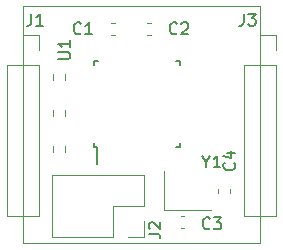
<source format=gbr>
G04 #@! TF.GenerationSoftware,KiCad,Pcbnew,(5.99.0-11522-g728b160719)*
G04 #@! TF.CreationDate,2021-08-06T10:01:32+10:00*
G04 #@! TF.ProjectId,OLED Deligate,4f4c4544-2044-4656-9c69-676174652e6b,rev?*
G04 #@! TF.SameCoordinates,Original*
G04 #@! TF.FileFunction,Legend,Top*
G04 #@! TF.FilePolarity,Positive*
%FSLAX46Y46*%
G04 Gerber Fmt 4.6, Leading zero omitted, Abs format (unit mm)*
G04 Created by KiCad (PCBNEW (5.99.0-11522-g728b160719)) date 2021-08-06 10:01:32*
%MOMM*%
%LPD*%
G01*
G04 APERTURE LIST*
G04 #@! TA.AperFunction,Profile*
%ADD10C,0.100000*%
G04 #@! TD*
%ADD11C,0.150000*%
%ADD12C,0.120000*%
G04 APERTURE END LIST*
D10*
X143027000Y-94107000D02*
X122961000Y-94107000D01*
X122961000Y-94107000D02*
X122961000Y-74041000D01*
X122961000Y-74041000D02*
X143027000Y-74041000D01*
X143027000Y-74041000D02*
X143027000Y-94107000D01*
D11*
G04 #@! TO.C,C4*
X140819142Y-87288666D02*
X140866761Y-87336285D01*
X140914380Y-87479142D01*
X140914380Y-87574380D01*
X140866761Y-87717238D01*
X140771523Y-87812476D01*
X140676285Y-87860095D01*
X140485809Y-87907714D01*
X140342952Y-87907714D01*
X140152476Y-87860095D01*
X140057238Y-87812476D01*
X139962000Y-87717238D01*
X139914380Y-87574380D01*
X139914380Y-87479142D01*
X139962000Y-87336285D01*
X140009619Y-87288666D01*
X140247714Y-86431523D02*
X140914380Y-86431523D01*
X139866761Y-86669619D02*
X140581047Y-86907714D01*
X140581047Y-86288666D01*
G04 #@! TO.C,J2*
X133572380Y-93297333D02*
X134286666Y-93297333D01*
X134429523Y-93344952D01*
X134524761Y-93440190D01*
X134572380Y-93583047D01*
X134572380Y-93678285D01*
X133667619Y-92868761D02*
X133620000Y-92821142D01*
X133572380Y-92725904D01*
X133572380Y-92487809D01*
X133620000Y-92392571D01*
X133667619Y-92344952D01*
X133762857Y-92297333D01*
X133858095Y-92297333D01*
X134000952Y-92344952D01*
X134572380Y-92916380D01*
X134572380Y-92297333D01*
G04 #@! TO.C,J3*
X141652666Y-74661380D02*
X141652666Y-75375666D01*
X141605047Y-75518523D01*
X141509809Y-75613761D01*
X141366952Y-75661380D01*
X141271714Y-75661380D01*
X142033619Y-74661380D02*
X142652666Y-74661380D01*
X142319333Y-75042333D01*
X142462190Y-75042333D01*
X142557428Y-75089952D01*
X142605047Y-75137571D01*
X142652666Y-75232809D01*
X142652666Y-75470904D01*
X142605047Y-75566142D01*
X142557428Y-75613761D01*
X142462190Y-75661380D01*
X142176476Y-75661380D01*
X142081238Y-75613761D01*
X142033619Y-75566142D01*
G04 #@! TO.C,Y1*
X138461809Y-87188190D02*
X138461809Y-87664380D01*
X138128476Y-86664380D02*
X138461809Y-87188190D01*
X138795142Y-86664380D01*
X139652285Y-87664380D02*
X139080857Y-87664380D01*
X139366571Y-87664380D02*
X139366571Y-86664380D01*
X139271333Y-86807238D01*
X139176095Y-86902476D01*
X139080857Y-86950095D01*
G04 #@! TO.C,C1*
X127849333Y-76303142D02*
X127801714Y-76350761D01*
X127658857Y-76398380D01*
X127563619Y-76398380D01*
X127420761Y-76350761D01*
X127325523Y-76255523D01*
X127277904Y-76160285D01*
X127230285Y-75969809D01*
X127230285Y-75826952D01*
X127277904Y-75636476D01*
X127325523Y-75541238D01*
X127420761Y-75446000D01*
X127563619Y-75398380D01*
X127658857Y-75398380D01*
X127801714Y-75446000D01*
X127849333Y-75493619D01*
X128801714Y-76398380D02*
X128230285Y-76398380D01*
X128516000Y-76398380D02*
X128516000Y-75398380D01*
X128420761Y-75541238D01*
X128325523Y-75636476D01*
X128230285Y-75684095D01*
G04 #@! TO.C,J1*
X123643666Y-74661380D02*
X123643666Y-75375666D01*
X123596047Y-75518523D01*
X123500809Y-75613761D01*
X123357952Y-75661380D01*
X123262714Y-75661380D01*
X124643666Y-75661380D02*
X124072238Y-75661380D01*
X124357952Y-75661380D02*
X124357952Y-74661380D01*
X124262714Y-74804238D01*
X124167476Y-74899476D01*
X124072238Y-74947095D01*
G04 #@! TO.C,C3*
X138771333Y-92813142D02*
X138723714Y-92860761D01*
X138580857Y-92908380D01*
X138485619Y-92908380D01*
X138342761Y-92860761D01*
X138247523Y-92765523D01*
X138199904Y-92670285D01*
X138152285Y-92479809D01*
X138152285Y-92336952D01*
X138199904Y-92146476D01*
X138247523Y-92051238D01*
X138342761Y-91956000D01*
X138485619Y-91908380D01*
X138580857Y-91908380D01*
X138723714Y-91956000D01*
X138771333Y-92003619D01*
X139104666Y-91908380D02*
X139723714Y-91908380D01*
X139390380Y-92289333D01*
X139533238Y-92289333D01*
X139628476Y-92336952D01*
X139676095Y-92384571D01*
X139723714Y-92479809D01*
X139723714Y-92717904D01*
X139676095Y-92813142D01*
X139628476Y-92860761D01*
X139533238Y-92908380D01*
X139247523Y-92908380D01*
X139152285Y-92860761D01*
X139104666Y-92813142D01*
G04 #@! TO.C,C2*
X135977333Y-76303142D02*
X135929714Y-76350761D01*
X135786857Y-76398380D01*
X135691619Y-76398380D01*
X135548761Y-76350761D01*
X135453523Y-76255523D01*
X135405904Y-76160285D01*
X135358285Y-75969809D01*
X135358285Y-75826952D01*
X135405904Y-75636476D01*
X135453523Y-75541238D01*
X135548761Y-75446000D01*
X135691619Y-75398380D01*
X135786857Y-75398380D01*
X135929714Y-75446000D01*
X135977333Y-75493619D01*
X136358285Y-75493619D02*
X136405904Y-75446000D01*
X136501142Y-75398380D01*
X136739238Y-75398380D01*
X136834476Y-75446000D01*
X136882095Y-75493619D01*
X136929714Y-75588857D01*
X136929714Y-75684095D01*
X136882095Y-75826952D01*
X136310666Y-76398380D01*
X136929714Y-76398380D01*
G04 #@! TO.C,U1*
X125944380Y-78485904D02*
X126753904Y-78485904D01*
X126849142Y-78438285D01*
X126896761Y-78390666D01*
X126944380Y-78295428D01*
X126944380Y-78104952D01*
X126896761Y-78009714D01*
X126849142Y-77962095D01*
X126753904Y-77914476D01*
X125944380Y-77914476D01*
X126944380Y-76914476D02*
X126944380Y-77485904D01*
X126944380Y-77200190D02*
X125944380Y-77200190D01*
X126087238Y-77295428D01*
X126182476Y-77390666D01*
X126230095Y-77485904D01*
D12*
G04 #@! TO.C,R3*
X126506500Y-83295258D02*
X126506500Y-82820742D01*
X125461500Y-83295258D02*
X125461500Y-82820742D01*
G04 #@! TO.C,C4*
X139444000Y-89521420D02*
X139444000Y-89802580D01*
X140464000Y-89521420D02*
X140464000Y-89802580D01*
G04 #@! TO.C,J2*
X133156000Y-93532000D02*
X131826000Y-93532000D01*
X133156000Y-88332000D02*
X133156000Y-90932000D01*
X125416000Y-88332000D02*
X125416000Y-93532000D01*
X133156000Y-88332000D02*
X125416000Y-88332000D01*
X130556000Y-90932000D02*
X130556000Y-93532000D01*
X130556000Y-93532000D02*
X125416000Y-93532000D01*
X133156000Y-90932000D02*
X130556000Y-90932000D01*
X133156000Y-92202000D02*
X133156000Y-93532000D01*
G04 #@! TO.C,J3*
X144357000Y-79019000D02*
X144357000Y-91779000D01*
X141697000Y-79019000D02*
X141697000Y-91779000D01*
X141697000Y-91779000D02*
X144357000Y-91779000D01*
X141697000Y-79019000D02*
X144357000Y-79019000D01*
X143027000Y-76419000D02*
X144357000Y-76419000D01*
X144357000Y-76419000D02*
X144357000Y-77749000D01*
G04 #@! TO.C,Y1*
X134906000Y-88012000D02*
X134906000Y-91312000D01*
X134906000Y-91312000D02*
X138906000Y-91312000D01*
G04 #@! TO.C,R2*
X125461500Y-79772742D02*
X125461500Y-80247258D01*
X126506500Y-79772742D02*
X126506500Y-80247258D01*
G04 #@! TO.C,C1*
X130415420Y-75436000D02*
X130696580Y-75436000D01*
X130415420Y-76456000D02*
X130696580Y-76456000D01*
G04 #@! TO.C,R1*
X125461500Y-86343258D02*
X125461500Y-85868742D01*
X126506500Y-86343258D02*
X126506500Y-85868742D01*
G04 #@! TO.C,J1*
X124291000Y-79019000D02*
X124291000Y-91779000D01*
X124291000Y-76419000D02*
X124291000Y-77749000D01*
X121631000Y-79019000D02*
X121631000Y-91779000D01*
X122961000Y-76419000D02*
X124291000Y-76419000D01*
X121631000Y-91779000D02*
X124291000Y-91779000D01*
X121631000Y-79019000D02*
X124291000Y-79019000D01*
G04 #@! TO.C,C3*
X136570580Y-91760000D02*
X136289420Y-91760000D01*
X136570580Y-92780000D02*
X136289420Y-92780000D01*
G04 #@! TO.C,C2*
X133744580Y-75436000D02*
X133463420Y-75436000D01*
X133744580Y-76456000D02*
X133463420Y-76456000D01*
D11*
G04 #@! TO.C,U1*
X136213000Y-78671000D02*
X136213000Y-78996000D01*
X128963000Y-78671000D02*
X128963000Y-78996000D01*
X136213000Y-78671000D02*
X135888000Y-78671000D01*
X129188000Y-85921000D02*
X129188000Y-87346000D01*
X128963000Y-85921000D02*
X129188000Y-85921000D01*
X136213000Y-85921000D02*
X136213000Y-85596000D01*
X128963000Y-85921000D02*
X128963000Y-85596000D01*
X136213000Y-85921000D02*
X135888000Y-85921000D01*
X128963000Y-78671000D02*
X129288000Y-78671000D01*
G04 #@! TD*
M02*

</source>
